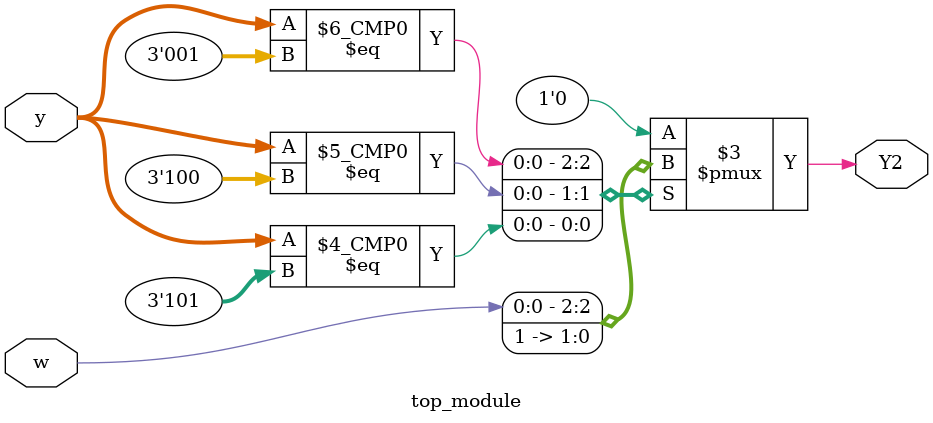
<source format=sv>
module top_module(
    input [3:1] y,
    input w,
    output reg Y2);
    
    always @(*) begin
        case (y)
            3'b000: Y2 = 1'b0;                      // State A -> Y2 is 0 (always)
            3'b001: Y2 = w;                         // State B -> Y2 is w
            3'b010: Y2 = 1'b0;                      // State C -> Y2 is 0 (always)
            3'b011: Y2 = 1'b0;                      // State D -> Y2 is 0 (always)
            3'b100: Y2 = 1'b1;                      // State E -> Y2 is 1 (always)
            3'b101: Y2 = 1'b1;                      // State F -> Y2 is 1 (always)
            default: Y2 = 1'b0;                     // Default case for safety
        endcase
    end
    
endmodule

</source>
